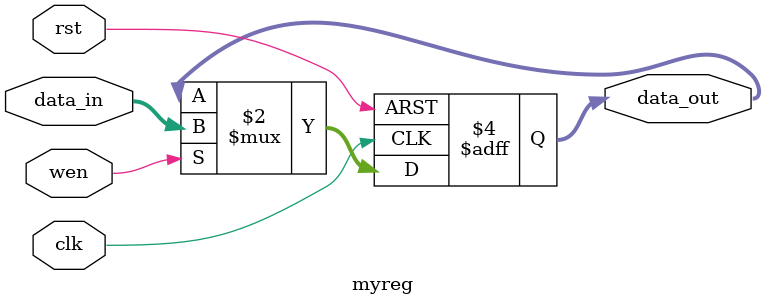
<source format=v>
`timescale 1ns / 1ps
module myreg(
	input wen,
	input rst,
	input clk,
	input [31:0] data_in,
	output reg [31:0] data_out
    );

	always @(negedge clk or posedge rst   )
	begin
		if(rst)
		begin
			data_out <= 32'b0;
		end
		else
		begin
			if(wen)
			begin
				data_out <= data_in;
			end
		end
	end

endmodule

</source>
